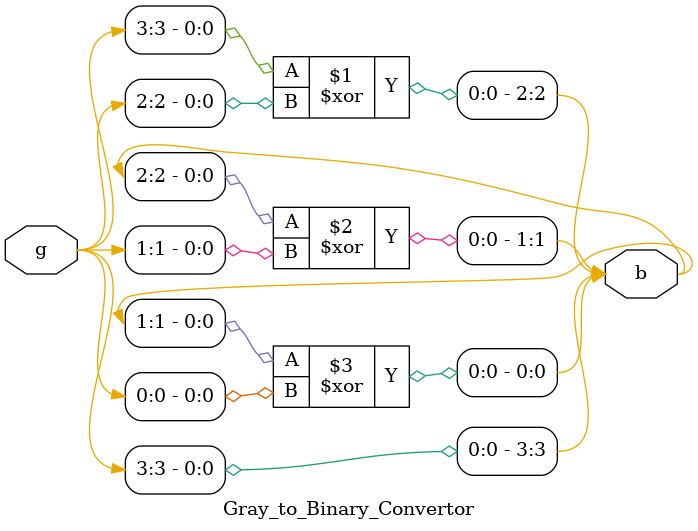
<source format=v>
`timescale 1ns / 1ps
`define size 3
module Binary_to_Gray_convertor(g,b);
input [`size:0] b;
output [`size:0] g;
assign g[3] = b[3];
assign g[2] = b[3]^b[2];
assign g[1] = b[2]^b[1];
assign g[0] = b[1]^b[0];
endmodule

/////////////////Design_Block_Gray_to_Binary///////////////////////
`timescale 1ns / 1ps
`define size 3
module Gray_to_Binary_Convertor(b,g);
input [`size:0] g;
output [`size:0] b;
assign b[3] = g[3];
assign b[2] = b[3]^g[2];
assign b[1] = b[2]^g[1];
assign b[0] = b[1]^g[0]; 
endmodule

</source>
